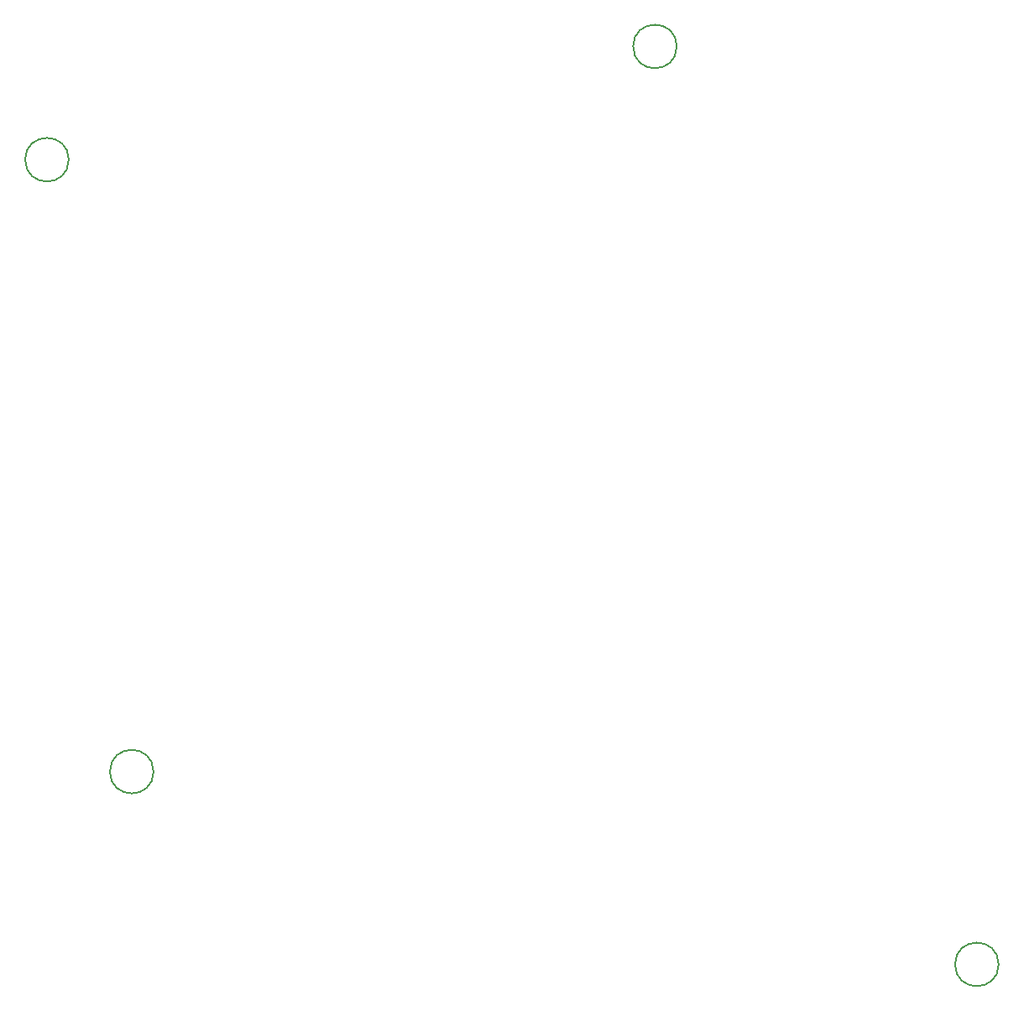
<source format=gbr>
%TF.GenerationSoftware,KiCad,Pcbnew,8.0.4*%
%TF.CreationDate,2024-11-04T11:06:48+01:00*%
%TF.ProjectId,Whiplaesh_bottom,57686970-6c61-4657-9368-5f626f74746f,0.1*%
%TF.SameCoordinates,Original*%
%TF.FileFunction,Other,Comment*%
%FSLAX46Y46*%
G04 Gerber Fmt 4.6, Leading zero omitted, Abs format (unit mm)*
G04 Created by KiCad (PCBNEW 8.0.4) date 2024-11-04 11:06:48*
%MOMM*%
%LPD*%
G01*
G04 APERTURE LIST*
%ADD10C,0.150000*%
G04 APERTURE END LIST*
D10*
%TO.C,H4*%
X54699569Y-116296129D02*
G75*
G02*
X50299569Y-116296129I-2200000J0D01*
G01*
X50299569Y-116296129D02*
G75*
G02*
X54699569Y-116296129I2200000J0D01*
G01*
%TO.C,H1*%
X46149569Y-54546129D02*
G75*
G02*
X41749569Y-54546129I-2200000J0D01*
G01*
X41749569Y-54546129D02*
G75*
G02*
X46149569Y-54546129I2200000J0D01*
G01*
%TO.C,H2*%
X107480000Y-43120000D02*
G75*
G02*
X103080000Y-43120000I-2200000J0D01*
G01*
X103080000Y-43120000D02*
G75*
G02*
X107480000Y-43120000I2200000J0D01*
G01*
%TO.C,H3*%
X139950000Y-135750000D02*
G75*
G02*
X135550000Y-135750000I-2200000J0D01*
G01*
X135550000Y-135750000D02*
G75*
G02*
X139950000Y-135750000I2200000J0D01*
G01*
%TD*%
M02*

</source>
